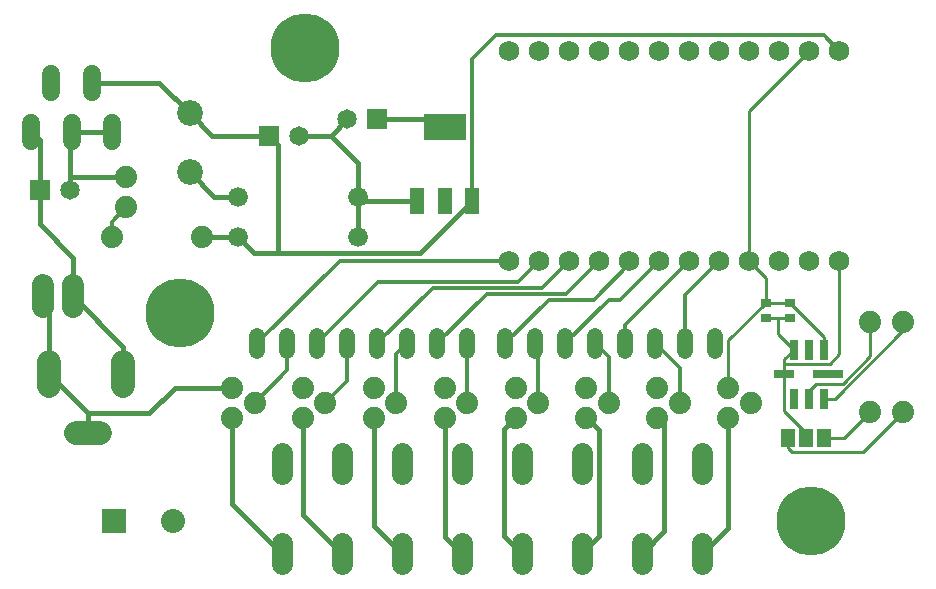
<source format=gtl>
G75*
%MOIN*%
%OFA0B0*%
%FSLAX24Y24*%
%IPPOS*%
%LPD*%
%AMOC8*
5,1,8,0,0,1.08239X$1,22.5*
%
%ADD10R,0.0984X0.0315*%
%ADD11R,0.0657X0.0315*%
%ADD12R,0.0315X0.0657*%
%ADD13C,0.0787*%
%ADD14C,0.0740*%
%ADD15C,0.0650*%
%ADD16R,0.0650X0.0650*%
%ADD17R,0.0354X0.0276*%
%ADD18R,0.0460X0.0630*%
%ADD19C,0.0690*%
%ADD20C,0.0705*%
%ADD21C,0.0740*%
%ADD22C,0.0600*%
%ADD23C,0.0860*%
%ADD24C,0.0660*%
%ADD25R,0.0480X0.0880*%
%ADD26R,0.1417X0.0866*%
%ADD27R,0.0800X0.0800*%
%ADD28C,0.0800*%
%ADD29C,0.0520*%
%ADD30C,0.2300*%
%ADD31C,0.0100*%
%ADD32C,0.0160*%
%ADD33C,0.0120*%
D10*
X029417Y007394D03*
D11*
X027955Y007394D03*
D12*
X028268Y006581D03*
X028768Y006581D03*
X029268Y006581D03*
X029268Y008207D03*
X028768Y008207D03*
X028268Y008207D03*
D13*
X005933Y007796D02*
X005933Y007008D01*
X005146Y005433D02*
X004358Y005433D01*
X003453Y007008D02*
X003453Y007796D01*
D14*
X003256Y009623D02*
X003256Y010363D01*
X004256Y010363D02*
X004256Y009623D01*
D15*
X004150Y013536D03*
X011787Y015347D03*
X013386Y015898D03*
D16*
X014386Y015898D03*
X010787Y015347D03*
X003150Y013536D03*
D17*
X027350Y009776D03*
X028138Y009776D03*
X028138Y009264D03*
X027350Y009264D03*
D18*
X028089Y005268D03*
X028689Y005268D03*
X029289Y005268D03*
D19*
X028791Y011174D03*
X027791Y011174D03*
X026791Y011174D03*
X025791Y011174D03*
X024791Y011174D03*
X023791Y011174D03*
X022791Y011174D03*
X021791Y011174D03*
X020791Y011174D03*
X019791Y011174D03*
X018791Y011174D03*
X029791Y011174D03*
X029791Y018174D03*
X028791Y018174D03*
X027791Y018174D03*
X026791Y018174D03*
X025791Y018174D03*
X024791Y018174D03*
X023791Y018174D03*
X022791Y018174D03*
X021791Y018174D03*
X020791Y018174D03*
X019791Y018174D03*
X018791Y018174D03*
D20*
X019217Y004758D02*
X019217Y004053D01*
X021217Y004053D02*
X021217Y004758D01*
X023217Y004758D02*
X023217Y004053D01*
X025217Y004053D02*
X025217Y004758D01*
X025217Y001758D02*
X025217Y001053D01*
X023217Y001053D02*
X023217Y001758D01*
X021217Y001758D02*
X021217Y001053D01*
X019217Y001053D02*
X019217Y001758D01*
X017217Y001758D02*
X017217Y001053D01*
X015217Y001053D02*
X015217Y001758D01*
X013217Y001758D02*
X013217Y001053D01*
X011217Y001053D02*
X011217Y001758D01*
X011217Y004053D02*
X011217Y004758D01*
X013217Y004758D02*
X013217Y004053D01*
X015217Y004053D02*
X015217Y004758D01*
X017217Y004758D02*
X017217Y004053D01*
D21*
X016642Y005949D03*
X017392Y006449D03*
X016642Y006949D03*
X015030Y006449D03*
X014280Y005949D03*
X012667Y006449D03*
X011917Y005949D03*
X011917Y006949D03*
X010305Y006449D03*
X009555Y006949D03*
X009555Y005949D03*
X014280Y006949D03*
X019004Y006949D03*
X019754Y006449D03*
X019004Y005949D03*
X021366Y005949D03*
X022116Y006449D03*
X021366Y006949D03*
X023728Y006949D03*
X024478Y006449D03*
X023728Y005949D03*
X026091Y005949D03*
X026841Y006449D03*
X026091Y006949D03*
X030815Y006130D03*
X031917Y006130D03*
X031917Y009130D03*
X030815Y009130D03*
X008535Y011961D03*
X006012Y012957D03*
X006012Y013957D03*
X005535Y011961D03*
D22*
X005541Y015173D02*
X005541Y015773D01*
X004201Y015773D02*
X004201Y015173D01*
X002861Y015173D02*
X002861Y015773D01*
X003531Y016813D02*
X003531Y017413D01*
X004871Y017413D02*
X004871Y016813D01*
D23*
X008138Y016095D03*
X008138Y014126D03*
D24*
X009760Y013300D03*
X009760Y011961D03*
X013760Y011961D03*
X013760Y013300D03*
D25*
X015732Y013182D03*
X016642Y013182D03*
X017552Y013182D03*
D26*
X016642Y015622D03*
D27*
X005618Y002512D03*
D28*
X007587Y002512D03*
D29*
X010386Y008158D02*
X010386Y008678D01*
X011386Y008678D02*
X011386Y008158D01*
X012386Y008158D02*
X012386Y008678D01*
X013386Y008678D02*
X013386Y008158D01*
X014386Y008158D02*
X014386Y008678D01*
X015386Y008678D02*
X015386Y008158D01*
X016386Y008158D02*
X016386Y008678D01*
X017386Y008678D02*
X017386Y008158D01*
X018654Y008158D02*
X018654Y008678D01*
X019654Y008678D02*
X019654Y008158D01*
X020654Y008158D02*
X020654Y008678D01*
X021654Y008678D02*
X021654Y008158D01*
X022654Y008158D02*
X022654Y008678D01*
X023654Y008678D02*
X023654Y008158D01*
X024654Y008158D02*
X024654Y008678D01*
X025654Y008678D02*
X025654Y008158D01*
D30*
X028846Y002512D03*
X007823Y009441D03*
X011996Y018260D03*
D31*
X026791Y016174D02*
X026791Y011174D01*
X027350Y010615D01*
X027350Y009776D01*
X026091Y008516D01*
X026091Y006949D01*
X027941Y007380D02*
X027941Y006174D01*
X028689Y005426D01*
X028689Y005268D01*
X029289Y005268D02*
X029953Y005268D01*
X030815Y006130D01*
X031917Y006130D02*
X030583Y004796D01*
X028217Y004796D01*
X028089Y004923D01*
X028089Y005268D01*
X028768Y006581D02*
X028768Y006843D01*
X029004Y007079D01*
X029909Y007079D01*
X030815Y007985D01*
X030815Y009130D01*
X031917Y009130D02*
X031917Y008851D01*
X029648Y006581D01*
X029268Y006581D01*
X027955Y007394D02*
X027955Y007748D01*
X029476Y007748D01*
X029791Y008063D01*
X029791Y011174D01*
X028138Y009776D02*
X027350Y009776D01*
X028138Y009776D02*
X029268Y008646D01*
X029268Y008207D01*
X028268Y008207D02*
X027744Y008731D01*
X027744Y009264D01*
X028138Y009264D01*
X027744Y009264D02*
X027350Y009264D01*
X028268Y008207D02*
X027955Y007894D01*
X027955Y007748D01*
X027955Y007394D02*
X027941Y007380D01*
X026791Y016174D02*
X028791Y018174D01*
D32*
X017552Y013182D02*
X015819Y011449D01*
X011091Y011449D01*
X011091Y015044D01*
X010787Y015347D01*
X008886Y015347D01*
X008138Y016095D01*
X007120Y017113D01*
X004871Y017113D01*
X005541Y015473D02*
X004201Y015473D01*
X004150Y015422D01*
X004150Y013930D01*
X004177Y013957D01*
X006012Y013957D01*
X004150Y013930D02*
X004150Y013536D01*
X003150Y013536D02*
X003150Y015184D01*
X002861Y015473D01*
X003138Y013524D02*
X003138Y012394D01*
X004256Y011276D01*
X004256Y009993D01*
X005933Y008315D01*
X005933Y007402D01*
X006799Y006095D02*
X007654Y006949D01*
X009555Y006949D01*
X009555Y005949D02*
X009555Y003067D01*
X011217Y001406D01*
X011917Y002705D02*
X013217Y001406D01*
X014280Y002343D02*
X014280Y005949D01*
X016642Y005949D02*
X016642Y001981D01*
X017217Y001406D01*
X018610Y002012D02*
X018610Y005556D01*
X019004Y005949D01*
X021366Y005949D02*
X021799Y005516D01*
X021799Y001989D01*
X021217Y001406D01*
X023217Y001406D02*
X023965Y002154D01*
X023965Y005713D01*
X023728Y005949D01*
X026091Y005949D02*
X026091Y002280D01*
X025217Y001406D01*
X019217Y001406D02*
X018610Y002012D01*
X015217Y001406D02*
X014280Y002343D01*
X011917Y002705D02*
X011917Y005949D01*
X006799Y006095D02*
X004760Y006095D01*
X004752Y006103D01*
X003453Y007402D01*
X003453Y009796D01*
X003256Y009993D01*
X008535Y011961D02*
X009760Y011961D01*
X010272Y011449D01*
X011091Y011449D01*
X013760Y011961D02*
X013760Y013300D01*
X013877Y013182D01*
X015732Y013182D01*
X013760Y013300D02*
X013760Y014422D01*
X012835Y015347D01*
X013386Y015898D01*
X012835Y015347D02*
X011787Y015347D01*
X014386Y015898D02*
X016366Y015898D01*
X016642Y015622D01*
X009760Y013300D02*
X008965Y013300D01*
X008138Y014126D01*
X004752Y006103D02*
X004752Y005433D01*
D33*
X010305Y006449D02*
X011386Y007530D01*
X011386Y008418D01*
X012386Y008418D02*
X014433Y010465D01*
X019083Y010465D01*
X019791Y011174D01*
X019886Y010268D02*
X020791Y011174D01*
X021791Y011174D02*
X020689Y010071D01*
X018039Y010071D01*
X016386Y008418D01*
X017386Y008418D02*
X017392Y008412D01*
X017392Y006449D01*
X019754Y006449D02*
X019754Y008317D01*
X019654Y008418D01*
X020654Y008418D02*
X020657Y008418D01*
X022114Y009874D01*
X022492Y009874D01*
X023791Y011174D01*
X022791Y011174D02*
X022791Y011063D01*
X021602Y009874D01*
X020110Y009874D01*
X018654Y008418D01*
X019886Y010268D02*
X016236Y010268D01*
X014386Y008418D01*
X015030Y008061D02*
X015030Y006449D01*
X013386Y007168D02*
X012667Y006449D01*
X013386Y007168D02*
X013386Y008418D01*
X015030Y008061D02*
X015386Y008418D01*
X013142Y011174D02*
X010386Y008418D01*
X013142Y011174D02*
X018791Y011174D01*
X017552Y013182D02*
X017552Y017910D01*
X018335Y018693D01*
X029272Y018693D01*
X029791Y018174D01*
X025791Y011174D02*
X024654Y010036D01*
X024654Y008418D01*
X024478Y007593D02*
X023654Y008418D01*
X022654Y008418D02*
X022654Y009036D01*
X024791Y011174D01*
X021654Y008418D02*
X022116Y007955D01*
X022116Y006449D01*
X024478Y006449D02*
X024478Y007593D01*
X006012Y012957D02*
X005535Y012481D01*
X005535Y011961D01*
M02*

</source>
